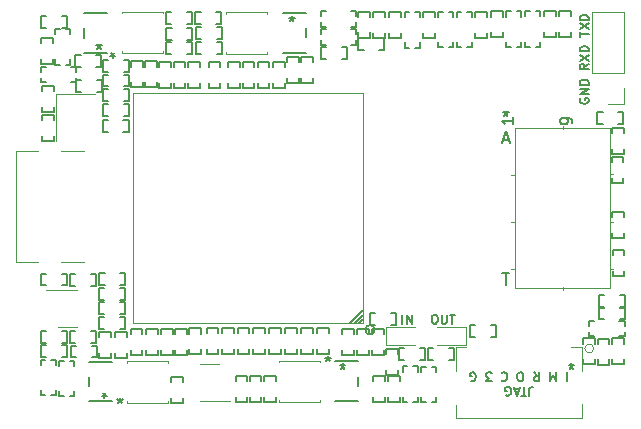
<source format=gto>
G04 #@! TF.GenerationSoftware,KiCad,Pcbnew,7.0.5-0*
G04 #@! TF.CreationDate,2023-06-20T23:32:33+08:00*
G04 #@! TF.ProjectId,slimarm_hypericum,736c696d-6172-46d5-9f68-797065726963,rev?*
G04 #@! TF.SameCoordinates,Original*
G04 #@! TF.FileFunction,Legend,Top*
G04 #@! TF.FilePolarity,Positive*
%FSLAX46Y46*%
G04 Gerber Fmt 4.6, Leading zero omitted, Abs format (unit mm)*
G04 Created by KiCad (PCBNEW 7.0.5-0) date 2023-06-20 23:32:33*
%MOMM*%
%LPD*%
G01*
G04 APERTURE LIST*
%ADD10C,0.177800*%
%ADD11C,0.150000*%
%ADD12C,0.120000*%
%ADD13C,0.152400*%
%ADD14C,0.200000*%
G04 APERTURE END LIST*
D10*
X69457555Y-80470141D02*
X69421269Y-80542713D01*
X69421269Y-80542713D02*
X69421269Y-80651570D01*
X69421269Y-80651570D02*
X69457555Y-80760427D01*
X69457555Y-80760427D02*
X69530126Y-80832998D01*
X69530126Y-80832998D02*
X69602698Y-80869284D01*
X69602698Y-80869284D02*
X69747841Y-80905570D01*
X69747841Y-80905570D02*
X69856698Y-80905570D01*
X69856698Y-80905570D02*
X70001841Y-80869284D01*
X70001841Y-80869284D02*
X70074412Y-80832998D01*
X70074412Y-80832998D02*
X70146984Y-80760427D01*
X70146984Y-80760427D02*
X70183269Y-80651570D01*
X70183269Y-80651570D02*
X70183269Y-80578998D01*
X70183269Y-80578998D02*
X70146984Y-80470141D01*
X70146984Y-80470141D02*
X70110698Y-80433855D01*
X70110698Y-80433855D02*
X69856698Y-80433855D01*
X69856698Y-80433855D02*
X69856698Y-80578998D01*
X70183269Y-80107284D02*
X69421269Y-80107284D01*
X69421269Y-80107284D02*
X70183269Y-79671855D01*
X70183269Y-79671855D02*
X69421269Y-79671855D01*
X70183269Y-79308998D02*
X69421269Y-79308998D01*
X69421269Y-79308998D02*
X69421269Y-79127569D01*
X69421269Y-79127569D02*
X69457555Y-79018712D01*
X69457555Y-79018712D02*
X69530126Y-78946141D01*
X69530126Y-78946141D02*
X69602698Y-78909855D01*
X69602698Y-78909855D02*
X69747841Y-78873569D01*
X69747841Y-78873569D02*
X69856698Y-78873569D01*
X69856698Y-78873569D02*
X70001841Y-78909855D01*
X70001841Y-78909855D02*
X70074412Y-78946141D01*
X70074412Y-78946141D02*
X70146984Y-79018712D01*
X70146984Y-79018712D02*
X70183269Y-79127569D01*
X70183269Y-79127569D02*
X70183269Y-79308998D01*
X70183269Y-77530998D02*
X69820412Y-77784998D01*
X70183269Y-77966427D02*
X69421269Y-77966427D01*
X69421269Y-77966427D02*
X69421269Y-77676141D01*
X69421269Y-77676141D02*
X69457555Y-77603570D01*
X69457555Y-77603570D02*
X69493841Y-77567284D01*
X69493841Y-77567284D02*
X69566412Y-77530998D01*
X69566412Y-77530998D02*
X69675269Y-77530998D01*
X69675269Y-77530998D02*
X69747841Y-77567284D01*
X69747841Y-77567284D02*
X69784126Y-77603570D01*
X69784126Y-77603570D02*
X69820412Y-77676141D01*
X69820412Y-77676141D02*
X69820412Y-77966427D01*
X69421269Y-77276998D02*
X70183269Y-76768998D01*
X69421269Y-76768998D02*
X70183269Y-77276998D01*
X70183269Y-76478713D02*
X69421269Y-76478713D01*
X69421269Y-76478713D02*
X69421269Y-76297284D01*
X69421269Y-76297284D02*
X69457555Y-76188427D01*
X69457555Y-76188427D02*
X69530126Y-76115856D01*
X69530126Y-76115856D02*
X69602698Y-76079570D01*
X69602698Y-76079570D02*
X69747841Y-76043284D01*
X69747841Y-76043284D02*
X69856698Y-76043284D01*
X69856698Y-76043284D02*
X70001841Y-76079570D01*
X70001841Y-76079570D02*
X70074412Y-76115856D01*
X70074412Y-76115856D02*
X70146984Y-76188427D01*
X70146984Y-76188427D02*
X70183269Y-76297284D01*
X70183269Y-76297284D02*
X70183269Y-76478713D01*
X69421269Y-75244999D02*
X69421269Y-74809571D01*
X70183269Y-75027285D02*
X69421269Y-75027285D01*
X69421269Y-74628142D02*
X70183269Y-74120142D01*
X69421269Y-74120142D02*
X70183269Y-74628142D01*
X70183269Y-73829857D02*
X69421269Y-73829857D01*
X69421269Y-73829857D02*
X69421269Y-73648428D01*
X69421269Y-73648428D02*
X69457555Y-73539571D01*
X69457555Y-73539571D02*
X69530126Y-73467000D01*
X69530126Y-73467000D02*
X69602698Y-73430714D01*
X69602698Y-73430714D02*
X69747841Y-73394428D01*
X69747841Y-73394428D02*
X69856698Y-73394428D01*
X69856698Y-73394428D02*
X70001841Y-73430714D01*
X70001841Y-73430714D02*
X70074412Y-73467000D01*
X70074412Y-73467000D02*
X70146984Y-73539571D01*
X70146984Y-73539571D02*
X70183269Y-73648428D01*
X70183269Y-73648428D02*
X70183269Y-73829857D01*
X57068000Y-98761269D02*
X57213143Y-98761269D01*
X57213143Y-98761269D02*
X57285714Y-98797555D01*
X57285714Y-98797555D02*
X57358286Y-98870126D01*
X57358286Y-98870126D02*
X57394571Y-99015269D01*
X57394571Y-99015269D02*
X57394571Y-99269269D01*
X57394571Y-99269269D02*
X57358286Y-99414412D01*
X57358286Y-99414412D02*
X57285714Y-99486984D01*
X57285714Y-99486984D02*
X57213143Y-99523269D01*
X57213143Y-99523269D02*
X57068000Y-99523269D01*
X57068000Y-99523269D02*
X56995429Y-99486984D01*
X56995429Y-99486984D02*
X56922857Y-99414412D01*
X56922857Y-99414412D02*
X56886571Y-99269269D01*
X56886571Y-99269269D02*
X56886571Y-99015269D01*
X56886571Y-99015269D02*
X56922857Y-98870126D01*
X56922857Y-98870126D02*
X56995429Y-98797555D01*
X56995429Y-98797555D02*
X57068000Y-98761269D01*
X57721143Y-98761269D02*
X57721143Y-99378126D01*
X57721143Y-99378126D02*
X57757429Y-99450698D01*
X57757429Y-99450698D02*
X57793715Y-99486984D01*
X57793715Y-99486984D02*
X57866286Y-99523269D01*
X57866286Y-99523269D02*
X58011429Y-99523269D01*
X58011429Y-99523269D02*
X58084000Y-99486984D01*
X58084000Y-99486984D02*
X58120286Y-99450698D01*
X58120286Y-99450698D02*
X58156572Y-99378126D01*
X58156572Y-99378126D02*
X58156572Y-98761269D01*
X58410572Y-98761269D02*
X58846001Y-98761269D01*
X58628286Y-99523269D02*
X58628286Y-98761269D01*
X54400857Y-99543269D02*
X54400857Y-98781269D01*
X54763714Y-99543269D02*
X54763714Y-98781269D01*
X54763714Y-98781269D02*
X55199143Y-99543269D01*
X55199143Y-99543269D02*
X55199143Y-98781269D01*
X65158999Y-105632140D02*
X65158999Y-105087854D01*
X65158999Y-105087854D02*
X65195284Y-104978997D01*
X65195284Y-104978997D02*
X65267856Y-104906426D01*
X65267856Y-104906426D02*
X65376713Y-104870140D01*
X65376713Y-104870140D02*
X65449284Y-104870140D01*
X64904999Y-105632140D02*
X64469571Y-105632140D01*
X64687285Y-104870140D02*
X64687285Y-105632140D01*
X64251857Y-105087854D02*
X63889000Y-105087854D01*
X64324428Y-104870140D02*
X64070428Y-105632140D01*
X64070428Y-105632140D02*
X63816428Y-104870140D01*
X63163285Y-105595854D02*
X63235857Y-105632140D01*
X63235857Y-105632140D02*
X63344714Y-105632140D01*
X63344714Y-105632140D02*
X63453571Y-105595854D01*
X63453571Y-105595854D02*
X63526142Y-105523283D01*
X63526142Y-105523283D02*
X63562428Y-105450711D01*
X63562428Y-105450711D02*
X63598714Y-105305568D01*
X63598714Y-105305568D02*
X63598714Y-105196711D01*
X63598714Y-105196711D02*
X63562428Y-105051568D01*
X63562428Y-105051568D02*
X63526142Y-104978997D01*
X63526142Y-104978997D02*
X63453571Y-104906426D01*
X63453571Y-104906426D02*
X63344714Y-104870140D01*
X63344714Y-104870140D02*
X63272142Y-104870140D01*
X63272142Y-104870140D02*
X63163285Y-104906426D01*
X63163285Y-104906426D02*
X63126999Y-104942711D01*
X63126999Y-104942711D02*
X63126999Y-105196711D01*
X63126999Y-105196711D02*
X63272142Y-105196711D01*
X68352141Y-103643320D02*
X68352141Y-104405320D01*
X67408713Y-103643320D02*
X67408713Y-104405320D01*
X67408713Y-104405320D02*
X67154713Y-103861034D01*
X67154713Y-103861034D02*
X66900713Y-104405320D01*
X66900713Y-104405320D02*
X66900713Y-103643320D01*
X65521856Y-103643320D02*
X65775856Y-104006177D01*
X65957285Y-103643320D02*
X65957285Y-104405320D01*
X65957285Y-104405320D02*
X65666999Y-104405320D01*
X65666999Y-104405320D02*
X65594428Y-104369034D01*
X65594428Y-104369034D02*
X65558142Y-104332748D01*
X65558142Y-104332748D02*
X65521856Y-104260177D01*
X65521856Y-104260177D02*
X65521856Y-104151320D01*
X65521856Y-104151320D02*
X65558142Y-104078748D01*
X65558142Y-104078748D02*
X65594428Y-104042463D01*
X65594428Y-104042463D02*
X65666999Y-104006177D01*
X65666999Y-104006177D02*
X65957285Y-104006177D01*
X64469571Y-104405320D02*
X64324428Y-104405320D01*
X64324428Y-104405320D02*
X64251857Y-104369034D01*
X64251857Y-104369034D02*
X64179285Y-104296463D01*
X64179285Y-104296463D02*
X64143000Y-104151320D01*
X64143000Y-104151320D02*
X64143000Y-103897320D01*
X64143000Y-103897320D02*
X64179285Y-103752177D01*
X64179285Y-103752177D02*
X64251857Y-103679606D01*
X64251857Y-103679606D02*
X64324428Y-103643320D01*
X64324428Y-103643320D02*
X64469571Y-103643320D01*
X64469571Y-103643320D02*
X64542143Y-103679606D01*
X64542143Y-103679606D02*
X64614714Y-103752177D01*
X64614714Y-103752177D02*
X64651000Y-103897320D01*
X64651000Y-103897320D02*
X64651000Y-104151320D01*
X64651000Y-104151320D02*
X64614714Y-104296463D01*
X64614714Y-104296463D02*
X64542143Y-104369034D01*
X64542143Y-104369034D02*
X64469571Y-104405320D01*
X62800428Y-103715891D02*
X62836714Y-103679606D01*
X62836714Y-103679606D02*
X62945571Y-103643320D01*
X62945571Y-103643320D02*
X63018143Y-103643320D01*
X63018143Y-103643320D02*
X63127000Y-103679606D01*
X63127000Y-103679606D02*
X63199571Y-103752177D01*
X63199571Y-103752177D02*
X63235857Y-103824748D01*
X63235857Y-103824748D02*
X63272143Y-103969891D01*
X63272143Y-103969891D02*
X63272143Y-104078748D01*
X63272143Y-104078748D02*
X63235857Y-104223891D01*
X63235857Y-104223891D02*
X63199571Y-104296463D01*
X63199571Y-104296463D02*
X63127000Y-104369034D01*
X63127000Y-104369034D02*
X63018143Y-104405320D01*
X63018143Y-104405320D02*
X62945571Y-104405320D01*
X62945571Y-104405320D02*
X62836714Y-104369034D01*
X62836714Y-104369034D02*
X62800428Y-104332748D01*
X61965857Y-104405320D02*
X61494143Y-104405320D01*
X61494143Y-104405320D02*
X61748143Y-104115034D01*
X61748143Y-104115034D02*
X61639286Y-104115034D01*
X61639286Y-104115034D02*
X61566715Y-104078748D01*
X61566715Y-104078748D02*
X61530429Y-104042463D01*
X61530429Y-104042463D02*
X61494143Y-103969891D01*
X61494143Y-103969891D02*
X61494143Y-103788463D01*
X61494143Y-103788463D02*
X61530429Y-103715891D01*
X61530429Y-103715891D02*
X61566715Y-103679606D01*
X61566715Y-103679606D02*
X61639286Y-103643320D01*
X61639286Y-103643320D02*
X61857000Y-103643320D01*
X61857000Y-103643320D02*
X61929572Y-103679606D01*
X61929572Y-103679606D02*
X61965857Y-103715891D01*
X60187858Y-104369034D02*
X60260430Y-104405320D01*
X60260430Y-104405320D02*
X60369287Y-104405320D01*
X60369287Y-104405320D02*
X60478144Y-104369034D01*
X60478144Y-104369034D02*
X60550715Y-104296463D01*
X60550715Y-104296463D02*
X60587001Y-104223891D01*
X60587001Y-104223891D02*
X60623287Y-104078748D01*
X60623287Y-104078748D02*
X60623287Y-103969891D01*
X60623287Y-103969891D02*
X60587001Y-103824748D01*
X60587001Y-103824748D02*
X60550715Y-103752177D01*
X60550715Y-103752177D02*
X60478144Y-103679606D01*
X60478144Y-103679606D02*
X60369287Y-103643320D01*
X60369287Y-103643320D02*
X60296715Y-103643320D01*
X60296715Y-103643320D02*
X60187858Y-103679606D01*
X60187858Y-103679606D02*
X60151572Y-103715891D01*
X60151572Y-103715891D02*
X60151572Y-103969891D01*
X60151572Y-103969891D02*
X60296715Y-103969891D01*
D11*
X50770000Y-99470000D02*
X51110000Y-99120000D01*
X50410000Y-99480000D02*
X51100000Y-98770000D01*
X49980000Y-99490000D02*
X51100000Y-98350000D01*
G04 #@! TO.C,J5*
X68720000Y-102904819D02*
X68720000Y-103142914D01*
X68481905Y-103047676D02*
X68720000Y-103142914D01*
X68720000Y-103142914D02*
X68958095Y-103047676D01*
X68577143Y-103333390D02*
X68720000Y-103142914D01*
X68720000Y-103142914D02*
X68862857Y-103333390D01*
G04 #@! TO.C,U5*
X28720000Y-75824819D02*
X28720000Y-76062914D01*
X28481905Y-75967676D02*
X28720000Y-76062914D01*
X28720000Y-76062914D02*
X28958095Y-75967676D01*
X28577143Y-76253390D02*
X28720000Y-76062914D01*
X28720000Y-76062914D02*
X28862857Y-76253390D01*
X29869999Y-77015180D02*
X29869999Y-76777085D01*
X30108094Y-76872323D02*
X29869999Y-76777085D01*
X29869999Y-76777085D02*
X29631904Y-76872323D01*
X30012856Y-76586609D02*
X29869999Y-76777085D01*
X29869999Y-76777085D02*
X29727142Y-76586609D01*
G04 #@! TO.C,U8*
X45040000Y-73524819D02*
X45040000Y-73762914D01*
X44801905Y-73667676D02*
X45040000Y-73762914D01*
X45040000Y-73762914D02*
X45278095Y-73667676D01*
X44897143Y-73953390D02*
X45040000Y-73762914D01*
X45040000Y-73762914D02*
X45182857Y-73953390D01*
X45040000Y-73524819D02*
X45040000Y-73762914D01*
X44801905Y-73667676D02*
X45040000Y-73762914D01*
X45040000Y-73762914D02*
X45278095Y-73667676D01*
X44897143Y-73953390D02*
X45040000Y-73762914D01*
X45040000Y-73762914D02*
X45182857Y-73953390D01*
G04 #@! TO.C,U2*
X62874286Y-95234819D02*
X63445714Y-95234819D01*
X63160000Y-96234819D02*
X63160000Y-95234819D01*
X62921905Y-83949105D02*
X63398095Y-83949105D01*
X62826667Y-84234820D02*
X63160000Y-83234820D01*
X63160000Y-83234820D02*
X63493333Y-84234820D01*
X63160000Y-81494819D02*
X63160000Y-81732914D01*
X62921905Y-81637676D02*
X63160000Y-81732914D01*
X63160000Y-81732914D02*
X63398095Y-81637676D01*
X63017143Y-81923390D02*
X63160000Y-81732914D01*
X63160000Y-81732914D02*
X63302857Y-81923390D01*
X63812686Y-82079671D02*
X63812686Y-82651099D01*
X63812686Y-82365385D02*
X62812686Y-82365385D01*
X62812686Y-82365385D02*
X62955543Y-82460623D01*
X62955543Y-82460623D02*
X63050781Y-82555861D01*
X63050781Y-82555861D02*
X63098400Y-82651099D01*
X68782786Y-82565749D02*
X68782786Y-82375273D01*
X68782786Y-82375273D02*
X68735167Y-82280035D01*
X68735167Y-82280035D02*
X68687547Y-82232416D01*
X68687547Y-82232416D02*
X68544690Y-82137178D01*
X68544690Y-82137178D02*
X68354214Y-82089559D01*
X68354214Y-82089559D02*
X67973262Y-82089559D01*
X67973262Y-82089559D02*
X67878024Y-82137178D01*
X67878024Y-82137178D02*
X67830405Y-82184797D01*
X67830405Y-82184797D02*
X67782786Y-82280035D01*
X67782786Y-82280035D02*
X67782786Y-82470511D01*
X67782786Y-82470511D02*
X67830405Y-82565749D01*
X67830405Y-82565749D02*
X67878024Y-82613368D01*
X67878024Y-82613368D02*
X67973262Y-82660987D01*
X67973262Y-82660987D02*
X68211357Y-82660987D01*
X68211357Y-82660987D02*
X68306595Y-82613368D01*
X68306595Y-82613368D02*
X68354214Y-82565749D01*
X68354214Y-82565749D02*
X68401833Y-82470511D01*
X68401833Y-82470511D02*
X68401833Y-82280035D01*
X68401833Y-82280035D02*
X68354214Y-82184797D01*
X68354214Y-82184797D02*
X68306595Y-82137178D01*
X68306595Y-82137178D02*
X68211357Y-82089559D01*
G04 #@! TO.C,U4*
X48120000Y-102294819D02*
X48120000Y-102532914D01*
X47881905Y-102437676D02*
X48120000Y-102532914D01*
X48120000Y-102532914D02*
X48358095Y-102437676D01*
X47977143Y-102723390D02*
X48120000Y-102532914D01*
X48120000Y-102532914D02*
X48262857Y-102723390D01*
X49350000Y-102904819D02*
X49350000Y-103142914D01*
X49111905Y-103047676D02*
X49350000Y-103142914D01*
X49350000Y-103142914D02*
X49588095Y-103047676D01*
X49207143Y-103333390D02*
X49350000Y-103142914D01*
X49350000Y-103142914D02*
X49492857Y-103333390D01*
G04 #@! TO.C,U3*
X29169999Y-105845180D02*
X29169999Y-105607085D01*
X29408094Y-105702323D02*
X29169999Y-105607085D01*
X29169999Y-105607085D02*
X28931904Y-105702323D01*
X29312856Y-105416609D02*
X29169999Y-105607085D01*
X29169999Y-105607085D02*
X29027142Y-105416609D01*
X30500000Y-105804819D02*
X30500000Y-106042914D01*
X30261905Y-105947676D02*
X30500000Y-106042914D01*
X30500000Y-106042914D02*
X30738095Y-105947676D01*
X30357143Y-106233390D02*
X30500000Y-106042914D01*
X30500000Y-106042914D02*
X30642857Y-106233390D01*
G04 #@! TO.C,C17*
X38000000Y-79570000D02*
X38000000Y-79140000D01*
X39000000Y-79570000D02*
X38000000Y-79570000D01*
X39000000Y-79570000D02*
X39000000Y-79140000D01*
X38000000Y-77370000D02*
X38000000Y-77800000D01*
X38000000Y-77370000D02*
X39000000Y-77370000D01*
X39000000Y-77370000D02*
X39000000Y-77800000D01*
G04 #@! TO.C,R23*
X26760000Y-78890000D02*
X27190000Y-78890000D01*
X26760000Y-79890000D02*
X26760000Y-78890000D01*
X26760000Y-79890000D02*
X27190000Y-79890000D01*
X28960000Y-78890000D02*
X28530000Y-78890000D01*
X28960000Y-78890000D02*
X28960000Y-79890000D01*
X28960000Y-79890000D02*
X28530000Y-79890000D01*
G04 #@! TO.C,R26*
X49700000Y-77100000D02*
X49270000Y-77100000D01*
X49700000Y-76100000D02*
X49700000Y-77100000D01*
X49700000Y-76100000D02*
X49270000Y-76100000D01*
X47500000Y-77100000D02*
X47930000Y-77100000D01*
X47500000Y-77100000D02*
X47500000Y-76100000D01*
X47500000Y-76100000D02*
X47930000Y-76100000D01*
G04 #@! TO.C,R25*
X52930000Y-73130000D02*
X52930000Y-73560000D01*
X51930000Y-73130000D02*
X52930000Y-73130000D01*
X51930000Y-73130000D02*
X51930000Y-73560000D01*
X52930000Y-75330000D02*
X52930000Y-74900000D01*
X52930000Y-75330000D02*
X51930000Y-75330000D01*
X51930000Y-75330000D02*
X51930000Y-74900000D01*
G04 #@! TO.C,R24*
X62330000Y-100690000D02*
X61900000Y-100690000D01*
X62330000Y-99690000D02*
X62330000Y-100690000D01*
X62330000Y-99690000D02*
X61900000Y-99690000D01*
X60130000Y-100690000D02*
X60560000Y-100690000D01*
X60130000Y-100690000D02*
X60130000Y-99690000D01*
X60130000Y-99690000D02*
X60560000Y-99690000D01*
G04 #@! TO.C,R20*
X52890000Y-76380000D02*
X52460000Y-76380000D01*
X52890000Y-75380000D02*
X52890000Y-76380000D01*
X52890000Y-75380000D02*
X52460000Y-75380000D01*
X50690000Y-76380000D02*
X51120000Y-76380000D01*
X50690000Y-76380000D02*
X50690000Y-75380000D01*
X50690000Y-75380000D02*
X51120000Y-75380000D01*
D12*
G04 #@! TO.C,J5*
X58930000Y-101519480D02*
X58930000Y-103510840D01*
X58930000Y-106386120D02*
X58930000Y-107513880D01*
X58930000Y-107530000D02*
X69594000Y-107507400D01*
X59815660Y-101519480D02*
X58930000Y-101519480D01*
X69594000Y-101513000D02*
X68708340Y-101513000D01*
X69594000Y-103504360D02*
X69594000Y-101513000D01*
X69594000Y-107507400D02*
X69594000Y-106379640D01*
X70610000Y-101640000D02*
G75*
G03*
X70610000Y-101640000I-381000J0D01*
G01*
D11*
G04 #@! TO.C,C18*
X54300000Y-73120000D02*
X54300000Y-73550000D01*
X53300000Y-73120000D02*
X54300000Y-73120000D01*
X53300000Y-73120000D02*
X53300000Y-73550000D01*
X54300000Y-75320000D02*
X54300000Y-74890000D01*
X54300000Y-75320000D02*
X53300000Y-75320000D01*
X53300000Y-75320000D02*
X53300000Y-74890000D01*
G04 #@! TO.C,C16*
X51570000Y-99980000D02*
X51570000Y-100410000D01*
X50570000Y-99980000D02*
X51570000Y-99980000D01*
X50570000Y-99980000D02*
X50570000Y-100410000D01*
X51570000Y-102180000D02*
X51570000Y-101750000D01*
X51570000Y-102180000D02*
X50570000Y-102180000D01*
X50570000Y-102180000D02*
X50570000Y-101750000D01*
G04 #@! TO.C,C80*
X36630000Y-75480000D02*
X36200000Y-75480000D01*
X36630000Y-74480000D02*
X36630000Y-75480000D01*
X36630000Y-74480000D02*
X36200000Y-74480000D01*
X34430000Y-75480000D02*
X34860000Y-75480000D01*
X34430000Y-75480000D02*
X34430000Y-74480000D01*
X34430000Y-74480000D02*
X34860000Y-74480000D01*
G04 #@! TO.C,C61*
X51680000Y-98660000D02*
X52110000Y-98660000D01*
X51680000Y-99660000D02*
X51680000Y-98660000D01*
X51680000Y-99660000D02*
X52110000Y-99660000D01*
X53880000Y-98660000D02*
X53450000Y-98660000D01*
X53880000Y-98660000D02*
X53880000Y-99660000D01*
X53880000Y-99660000D02*
X53450000Y-99660000D01*
G04 #@! TO.C,C33*
X29750000Y-100210000D02*
X29750000Y-100640000D01*
X28750000Y-100210000D02*
X29750000Y-100210000D01*
X28750000Y-100210000D02*
X28750000Y-100640000D01*
X29750000Y-102410000D02*
X29750000Y-101980000D01*
X29750000Y-102410000D02*
X28750000Y-102410000D01*
X28750000Y-102410000D02*
X28750000Y-101980000D01*
D13*
G04 #@! TO.C,U5*
X29417900Y-73253600D02*
X27462100Y-73253600D01*
X27462100Y-76606400D02*
X29417900Y-76606400D01*
X27462100Y-74541339D02*
X27462100Y-75318661D01*
D11*
G04 #@! TO.C,R15*
X64490000Y-73102000D02*
X64490000Y-73532000D01*
X64085000Y-73102000D02*
X64490000Y-73102000D01*
X63190000Y-73102000D02*
X63585000Y-73102000D01*
X63190000Y-73102000D02*
X63190000Y-73532000D01*
X64490000Y-76102000D02*
X64490000Y-75672000D01*
X64490000Y-76102000D02*
X64090000Y-76102000D01*
X63585000Y-76102000D02*
X63190000Y-76102000D01*
X63190000Y-76102000D02*
X63190000Y-75672000D01*
G04 #@! TO.C,C46*
X44460000Y-102120000D02*
X44460000Y-101690000D01*
X45460000Y-102120000D02*
X44460000Y-102120000D01*
X45460000Y-102120000D02*
X45460000Y-101690000D01*
X44460000Y-99920000D02*
X44460000Y-100350000D01*
X44460000Y-99920000D02*
X45460000Y-99920000D01*
X45460000Y-99920000D02*
X45460000Y-100350000D01*
G04 #@! TO.C,C42*
X73210000Y-93300000D02*
X73210000Y-93730000D01*
X72210000Y-93300000D02*
X73210000Y-93300000D01*
X72210000Y-93300000D02*
X72210000Y-93730000D01*
X73210000Y-95500000D02*
X73210000Y-95070000D01*
X73210000Y-95500000D02*
X72210000Y-95500000D01*
X72210000Y-95500000D02*
X72210000Y-95070000D01*
G04 #@! TO.C,C7*
X31270000Y-81980000D02*
X30840000Y-81980000D01*
X31270000Y-80980000D02*
X31270000Y-81980000D01*
X31270000Y-80980000D02*
X30840000Y-80980000D01*
X29070000Y-81980000D02*
X29500000Y-81980000D01*
X29070000Y-81980000D02*
X29070000Y-80980000D01*
X29070000Y-80980000D02*
X29500000Y-80980000D01*
G04 #@! TO.C,C8*
X31240000Y-80710000D02*
X30810000Y-80710000D01*
X31240000Y-79710000D02*
X31240000Y-80710000D01*
X31240000Y-79710000D02*
X30810000Y-79710000D01*
X29040000Y-80710000D02*
X29470000Y-80710000D01*
X29040000Y-80710000D02*
X29040000Y-79710000D01*
X29040000Y-79710000D02*
X29470000Y-79710000D01*
G04 #@! TO.C,C59*
X46860000Y-76940000D02*
X46860000Y-77370000D01*
X45860000Y-76940000D02*
X46860000Y-76940000D01*
X45860000Y-76940000D02*
X45860000Y-77370000D01*
X46860000Y-79140000D02*
X46860000Y-78710000D01*
X46860000Y-79140000D02*
X45860000Y-79140000D01*
X45860000Y-79140000D02*
X45860000Y-78710000D01*
G04 #@! TO.C,C30*
X33690000Y-100010000D02*
X33690000Y-100440000D01*
X32690000Y-100010000D02*
X33690000Y-100010000D01*
X32690000Y-100010000D02*
X32690000Y-100440000D01*
X33690000Y-102210000D02*
X33690000Y-101780000D01*
X33690000Y-102210000D02*
X32690000Y-102210000D01*
X32690000Y-102210000D02*
X32690000Y-101780000D01*
G04 #@! TO.C,C24*
X54190000Y-103970000D02*
X54190000Y-104400000D01*
X53190000Y-103970000D02*
X54190000Y-103970000D01*
X53190000Y-103970000D02*
X53190000Y-104400000D01*
X54190000Y-106170000D02*
X54190000Y-105740000D01*
X54190000Y-106170000D02*
X53190000Y-106170000D01*
X53190000Y-106170000D02*
X53190000Y-105740000D01*
G04 #@! TO.C,C21*
X34410000Y-75690000D02*
X34840000Y-75690000D01*
X34410000Y-76690000D02*
X34410000Y-75690000D01*
X34410000Y-76690000D02*
X34840000Y-76690000D01*
X36610000Y-75690000D02*
X36180000Y-75690000D01*
X36610000Y-75690000D02*
X36610000Y-76690000D01*
X36610000Y-76690000D02*
X36180000Y-76690000D01*
G04 #@! TO.C,C36*
X30910000Y-97520000D02*
X30480000Y-97520000D01*
X30910000Y-96520000D02*
X30910000Y-97520000D01*
X30910000Y-96520000D02*
X30480000Y-96520000D01*
X28710000Y-97520000D02*
X29140000Y-97520000D01*
X28710000Y-97520000D02*
X28710000Y-96520000D01*
X28710000Y-96520000D02*
X29140000Y-96520000D01*
G04 #@! TO.C,C32*
X31100000Y-100250000D02*
X31100000Y-100680000D01*
X30100000Y-100250000D02*
X31100000Y-100250000D01*
X30100000Y-100250000D02*
X30100000Y-100680000D01*
X31100000Y-102450000D02*
X31100000Y-102020000D01*
X31100000Y-102450000D02*
X30100000Y-102450000D01*
X30100000Y-102450000D02*
X30100000Y-102020000D01*
G04 #@! TO.C,R14*
X71930000Y-100800000D02*
X71930000Y-101230000D01*
X70930000Y-100800000D02*
X71930000Y-100800000D01*
X70930000Y-100800000D02*
X70930000Y-101230000D01*
X71930000Y-103000000D02*
X71930000Y-102570000D01*
X71930000Y-103000000D02*
X70930000Y-103000000D01*
X70930000Y-103000000D02*
X70930000Y-102570000D01*
G04 #@! TO.C,R8*
X23780000Y-105610000D02*
X23780000Y-105180000D01*
X24185000Y-105610000D02*
X23780000Y-105610000D01*
X25080000Y-105610000D02*
X24685000Y-105610000D01*
X25080000Y-105610000D02*
X25080000Y-105180000D01*
X23780000Y-102610000D02*
X23780000Y-103040000D01*
X23780000Y-102610000D02*
X24180000Y-102610000D01*
X24685000Y-102610000D02*
X25080000Y-102610000D01*
X25080000Y-102610000D02*
X25080000Y-103040000D01*
G04 #@! TO.C,C82*
X61530000Y-73122000D02*
X61530000Y-73552000D01*
X60530000Y-73122000D02*
X61530000Y-73122000D01*
X60530000Y-73122000D02*
X60530000Y-73552000D01*
X61530000Y-75322000D02*
X61530000Y-74892000D01*
X61530000Y-75322000D02*
X60530000Y-75322000D01*
X60530000Y-75322000D02*
X60530000Y-74892000D01*
G04 #@! TO.C,C55*
X40880000Y-79560000D02*
X40880000Y-79130000D01*
X41880000Y-79560000D02*
X40880000Y-79560000D01*
X41880000Y-79560000D02*
X41880000Y-79130000D01*
X40880000Y-77360000D02*
X40880000Y-77790000D01*
X40880000Y-77360000D02*
X41880000Y-77360000D01*
X41880000Y-77360000D02*
X41880000Y-77790000D01*
D12*
G04 #@! TO.C,D2*
X59790000Y-101325000D02*
X59790000Y-99855000D01*
X59790000Y-99855000D02*
X57330000Y-99855000D01*
X57330000Y-101325000D02*
X59790000Y-101325000D01*
D13*
G04 #@! TO.C,U8*
X44332100Y-76586400D02*
X46287900Y-76586400D01*
X46287900Y-73233600D02*
X44332100Y-73233600D01*
X46287900Y-75298661D02*
X46287900Y-74521339D01*
D11*
G04 #@! TO.C,C2*
X36890000Y-73170000D02*
X37320000Y-73170000D01*
X36890000Y-74170000D02*
X36890000Y-73170000D01*
X36890000Y-74170000D02*
X37320000Y-74170000D01*
X39090000Y-73170000D02*
X38660000Y-73170000D01*
X39090000Y-73170000D02*
X39090000Y-74170000D01*
X39090000Y-74170000D02*
X38660000Y-74170000D01*
D12*
G04 #@! TO.C,D1*
X53030000Y-99855000D02*
X53030000Y-101325000D01*
X53030000Y-101325000D02*
X55490000Y-101325000D01*
X55490000Y-99855000D02*
X53030000Y-99855000D01*
D11*
G04 #@! TO.C,C13*
X35030000Y-79560000D02*
X35030000Y-79130000D01*
X36030000Y-79560000D02*
X35030000Y-79560000D01*
X36030000Y-79560000D02*
X36030000Y-79130000D01*
X35030000Y-77360000D02*
X35030000Y-77790000D01*
X35030000Y-77360000D02*
X36030000Y-77360000D01*
X36030000Y-77360000D02*
X36030000Y-77790000D01*
G04 #@! TO.C,C38*
X73120000Y-82600000D02*
X72690000Y-82600000D01*
X73120000Y-81600000D02*
X73120000Y-82600000D01*
X73120000Y-81600000D02*
X72690000Y-81600000D01*
X70920000Y-82600000D02*
X71350000Y-82600000D01*
X70920000Y-82600000D02*
X70920000Y-81600000D01*
X70920000Y-81600000D02*
X71350000Y-81600000D01*
D12*
G04 #@! TO.C,J1*
X27490000Y-84930000D02*
X25490000Y-84930000D01*
X23590000Y-84930000D02*
X21690000Y-84930000D01*
X21690000Y-84930000D02*
X21690000Y-94330000D01*
X27490000Y-94330000D02*
X25490000Y-94330000D01*
X23590000Y-94330000D02*
X21690000Y-94330000D01*
D11*
G04 #@! TO.C,C57*
X43440000Y-79560000D02*
X43440000Y-79130000D01*
X44440000Y-79560000D02*
X43440000Y-79560000D01*
X44440000Y-79560000D02*
X44440000Y-79130000D01*
X43440000Y-77360000D02*
X43440000Y-77790000D01*
X43440000Y-77360000D02*
X44440000Y-77360000D01*
X44440000Y-77360000D02*
X44440000Y-77790000D01*
G04 #@! TO.C,C3*
X36910000Y-74430000D02*
X37340000Y-74430000D01*
X36910000Y-75430000D02*
X36910000Y-74430000D01*
X36910000Y-75430000D02*
X37340000Y-75430000D01*
X39110000Y-74430000D02*
X38680000Y-74430000D01*
X39110000Y-74430000D02*
X39110000Y-75430000D01*
X39110000Y-75430000D02*
X38680000Y-75430000D01*
G04 #@! TO.C,R4*
X28760000Y-95280000D02*
X29190000Y-95280000D01*
X28760000Y-96280000D02*
X28760000Y-95280000D01*
X28760000Y-96280000D02*
X29190000Y-96280000D01*
X30960000Y-95280000D02*
X30530000Y-95280000D01*
X30960000Y-95280000D02*
X30960000Y-96280000D01*
X30960000Y-96280000D02*
X30530000Y-96280000D01*
D12*
G04 #@! TO.C,U2*
X63850000Y-86930016D02*
X63596000Y-86930016D01*
X63850000Y-90930008D02*
X63596000Y-90930008D01*
X63850000Y-94930000D02*
X63596000Y-94930000D01*
X63970000Y-96540000D02*
X71970000Y-96540000D01*
X67970000Y-83034400D02*
X67970000Y-82780400D01*
X67970000Y-96445600D02*
X67970000Y-96699600D01*
X71970000Y-82940000D02*
X63970000Y-82940000D01*
X71970000Y-86890016D02*
X72224000Y-86890016D01*
X71970000Y-90890008D02*
X72224000Y-90890008D01*
X71970000Y-94890000D02*
X72224000Y-94890000D01*
X63970000Y-82940000D02*
X71970000Y-82940000D01*
X71970000Y-82940000D02*
X71970000Y-96540000D01*
X71970000Y-96540000D02*
X63970000Y-96540000D01*
X63970000Y-96540000D02*
X63970000Y-82940000D01*
D11*
G04 #@! TO.C,C11*
X32620000Y-79540000D02*
X32620000Y-79110000D01*
X33620000Y-79540000D02*
X32620000Y-79540000D01*
X33620000Y-79540000D02*
X33620000Y-79110000D01*
X32620000Y-77340000D02*
X32620000Y-77770000D01*
X32620000Y-77340000D02*
X33620000Y-77340000D01*
X33620000Y-77340000D02*
X33620000Y-77770000D01*
G04 #@! TO.C,C31*
X35150000Y-102160000D02*
X35150000Y-101730000D01*
X36150000Y-102160000D02*
X35150000Y-102160000D01*
X36150000Y-102160000D02*
X36150000Y-101730000D01*
X35150000Y-99960000D02*
X35150000Y-100390000D01*
X35150000Y-99960000D02*
X36150000Y-99960000D01*
X36150000Y-99960000D02*
X36150000Y-100390000D01*
G04 #@! TO.C,C10*
X31420000Y-79540000D02*
X31420000Y-79110000D01*
X32420000Y-79540000D02*
X31420000Y-79540000D01*
X32420000Y-79540000D02*
X32420000Y-79110000D01*
X31420000Y-77340000D02*
X31420000Y-77770000D01*
X31420000Y-77340000D02*
X32420000Y-77340000D01*
X32420000Y-77340000D02*
X32420000Y-77770000D01*
G04 #@! TO.C,C34*
X30950000Y-100000000D02*
X30520000Y-100000000D01*
X30950000Y-99000000D02*
X30950000Y-100000000D01*
X30950000Y-99000000D02*
X30520000Y-99000000D01*
X28750000Y-100000000D02*
X29180000Y-100000000D01*
X28750000Y-100000000D02*
X28750000Y-99000000D01*
X28750000Y-99000000D02*
X29180000Y-99000000D01*
G04 #@! TO.C,R10*
X57280000Y-103190000D02*
X57280000Y-103620000D01*
X56875000Y-103190000D02*
X57280000Y-103190000D01*
X55980000Y-103190000D02*
X56375000Y-103190000D01*
X55980000Y-103190000D02*
X55980000Y-103620000D01*
X57280000Y-106190000D02*
X57280000Y-105760000D01*
X57280000Y-106190000D02*
X56880000Y-106190000D01*
X56375000Y-106190000D02*
X55980000Y-106190000D01*
X55980000Y-106190000D02*
X55980000Y-105760000D01*
G04 #@! TO.C,R9*
X54430000Y-106160000D02*
X54430000Y-105730000D01*
X54835000Y-106160000D02*
X54430000Y-106160000D01*
X55730000Y-106160000D02*
X55335000Y-106160000D01*
X55730000Y-106160000D02*
X55730000Y-105730000D01*
X54430000Y-103160000D02*
X54430000Y-103590000D01*
X54430000Y-103160000D02*
X54830000Y-103160000D01*
X55335000Y-103160000D02*
X55730000Y-103160000D01*
X55730000Y-103160000D02*
X55730000Y-103590000D01*
G04 #@! TO.C,R12*
X25000000Y-77600000D02*
X25000000Y-77170000D01*
X25405000Y-77600000D02*
X25000000Y-77600000D01*
X26300000Y-77600000D02*
X25905000Y-77600000D01*
X26300000Y-77600000D02*
X26300000Y-77170000D01*
X25000000Y-74600000D02*
X25000000Y-75030000D01*
X25000000Y-74600000D02*
X25400000Y-74600000D01*
X25905000Y-74600000D02*
X26300000Y-74600000D01*
X26300000Y-74600000D02*
X26300000Y-75030000D01*
G04 #@! TO.C,C43*
X71020000Y-97120000D02*
X71450000Y-97120000D01*
X71020000Y-98120000D02*
X71020000Y-97120000D01*
X71020000Y-98120000D02*
X71450000Y-98120000D01*
X73220000Y-97120000D02*
X72790000Y-97120000D01*
X73220000Y-97120000D02*
X73220000Y-98120000D01*
X73220000Y-98120000D02*
X72790000Y-98120000D01*
D12*
G04 #@! TO.C,J3*
X73130000Y-80920000D02*
X71800000Y-80920000D01*
X73130000Y-79590000D02*
X73130000Y-80920000D01*
X73130000Y-78320000D02*
X73130000Y-73180000D01*
X73130000Y-78320000D02*
X70470000Y-78320000D01*
X73130000Y-73180000D02*
X70470000Y-73180000D01*
X70470000Y-78320000D02*
X70470000Y-73180000D01*
D11*
G04 #@! TO.C,C49*
X37830000Y-102120000D02*
X37830000Y-101690000D01*
X38830000Y-102120000D02*
X37830000Y-102120000D01*
X38830000Y-102120000D02*
X38830000Y-101690000D01*
X37830000Y-99920000D02*
X37830000Y-100350000D01*
X37830000Y-99920000D02*
X38830000Y-99920000D01*
X38830000Y-99920000D02*
X38830000Y-100350000D01*
G04 #@! TO.C,C14*
X36290000Y-79560000D02*
X36290000Y-79130000D01*
X37290000Y-79560000D02*
X36290000Y-79560000D01*
X37290000Y-79560000D02*
X37290000Y-79130000D01*
X36290000Y-77360000D02*
X36290000Y-77790000D01*
X36290000Y-77360000D02*
X37290000Y-77360000D01*
X37290000Y-77360000D02*
X37290000Y-77790000D01*
G04 #@! TO.C,C71*
X53000000Y-103850000D02*
X53000000Y-103420000D01*
X54000000Y-103850000D02*
X53000000Y-103850000D01*
X54000000Y-103850000D02*
X54000000Y-103420000D01*
X53000000Y-101650000D02*
X53000000Y-102080000D01*
X53000000Y-101650000D02*
X54000000Y-101650000D01*
X54000000Y-101650000D02*
X54000000Y-102080000D01*
G04 #@! TO.C,R19*
X69720000Y-102990000D02*
X69720000Y-102560000D01*
X70720000Y-102990000D02*
X69720000Y-102990000D01*
X70720000Y-102990000D02*
X70720000Y-102560000D01*
X69720000Y-100790000D02*
X69720000Y-101220000D01*
X69720000Y-100790000D02*
X70720000Y-100790000D01*
X70720000Y-100790000D02*
X70720000Y-101220000D01*
G04 #@! TO.C,C47*
X45840000Y-102110000D02*
X45840000Y-101680000D01*
X46840000Y-102110000D02*
X45840000Y-102110000D01*
X46840000Y-102110000D02*
X46840000Y-101680000D01*
X45840000Y-99910000D02*
X45840000Y-100340000D01*
X45840000Y-99910000D02*
X46840000Y-99910000D01*
X46840000Y-99910000D02*
X46840000Y-100340000D01*
G04 #@! TO.C,R21*
X56330000Y-102610000D02*
X55900000Y-102610000D01*
X56330000Y-101610000D02*
X56330000Y-102610000D01*
X56330000Y-101610000D02*
X55900000Y-101610000D01*
X54130000Y-102610000D02*
X54560000Y-102610000D01*
X54130000Y-102610000D02*
X54130000Y-101610000D01*
X54130000Y-101610000D02*
X54560000Y-101610000D01*
G04 #@! TO.C,C44*
X71020000Y-98180000D02*
X71450000Y-98180000D01*
X71020000Y-99180000D02*
X71020000Y-98180000D01*
X71020000Y-99180000D02*
X71450000Y-99180000D01*
X73220000Y-98180000D02*
X72790000Y-98180000D01*
X73220000Y-98180000D02*
X73220000Y-99180000D01*
X73220000Y-99180000D02*
X72790000Y-99180000D01*
G04 #@! TO.C,R1*
X50478000Y-74400000D02*
X50048000Y-74400000D01*
X50478000Y-73995000D02*
X50478000Y-74400000D01*
X50478000Y-73100000D02*
X50478000Y-73495000D01*
X50478000Y-73100000D02*
X50048000Y-73100000D01*
X47478000Y-74400000D02*
X47908000Y-74400000D01*
X47478000Y-74400000D02*
X47478000Y-74000000D01*
X47478000Y-73495000D02*
X47478000Y-73100000D01*
X47478000Y-73100000D02*
X47908000Y-73100000D01*
G04 #@! TO.C,C81*
X56190000Y-75352000D02*
X56190000Y-74922000D01*
X57190000Y-75352000D02*
X56190000Y-75352000D01*
X57190000Y-75352000D02*
X57190000Y-74922000D01*
X56190000Y-73152000D02*
X56190000Y-73582000D01*
X56190000Y-73152000D02*
X57190000Y-73152000D01*
X57190000Y-73152000D02*
X57190000Y-73582000D01*
G04 #@! TO.C,C83*
X34810000Y-106230000D02*
X34810000Y-105800000D01*
X35810000Y-106230000D02*
X34810000Y-106230000D01*
X35810000Y-106230000D02*
X35810000Y-105800000D01*
X34810000Y-104030000D02*
X34810000Y-104460000D01*
X34810000Y-104030000D02*
X35810000Y-104030000D01*
X35810000Y-104030000D02*
X35810000Y-104460000D01*
G04 #@! TO.C,C39*
X73130000Y-82940000D02*
X73130000Y-83370000D01*
X72130000Y-82940000D02*
X73130000Y-82940000D01*
X72130000Y-82940000D02*
X72130000Y-83370000D01*
X73130000Y-85140000D02*
X73130000Y-84710000D01*
X73130000Y-85140000D02*
X72130000Y-85140000D01*
X72130000Y-85140000D02*
X72130000Y-84710000D01*
G04 #@! TO.C,C50*
X39140000Y-102120000D02*
X39140000Y-101690000D01*
X40140000Y-102120000D02*
X39140000Y-102120000D01*
X40140000Y-102120000D02*
X40140000Y-101690000D01*
X39140000Y-99920000D02*
X39140000Y-100350000D01*
X39140000Y-99920000D02*
X40140000Y-99920000D01*
X40140000Y-99920000D02*
X40140000Y-100350000D01*
G04 #@! TO.C,C48*
X47180000Y-102090000D02*
X47180000Y-101660000D01*
X48180000Y-102090000D02*
X47180000Y-102090000D01*
X48180000Y-102090000D02*
X48180000Y-101660000D01*
X47180000Y-99890000D02*
X47180000Y-100320000D01*
X47180000Y-99890000D02*
X48180000Y-99890000D01*
X48180000Y-99890000D02*
X48180000Y-100320000D01*
G04 #@! TO.C,C6*
X31220000Y-83270000D02*
X30790000Y-83270000D01*
X31220000Y-82270000D02*
X31220000Y-83270000D01*
X31220000Y-82270000D02*
X30790000Y-82270000D01*
X29020000Y-83270000D02*
X29450000Y-83270000D01*
X29020000Y-83270000D02*
X29020000Y-82270000D01*
X29020000Y-82270000D02*
X29450000Y-82270000D01*
G04 #@! TO.C,C41*
X73190000Y-90090000D02*
X73190000Y-90520000D01*
X72190000Y-90090000D02*
X73190000Y-90090000D01*
X72190000Y-90090000D02*
X72190000Y-90520000D01*
X73190000Y-92290000D02*
X73190000Y-91860000D01*
X73190000Y-92290000D02*
X72190000Y-92290000D01*
X72190000Y-92290000D02*
X72190000Y-91860000D01*
G04 #@! TO.C,R16*
X64800000Y-76082000D02*
X64800000Y-75652000D01*
X65205000Y-76082000D02*
X64800000Y-76082000D01*
X66100000Y-76082000D02*
X65705000Y-76082000D01*
X66100000Y-76082000D02*
X66100000Y-75652000D01*
X64800000Y-73082000D02*
X64800000Y-73512000D01*
X64800000Y-73082000D02*
X65200000Y-73082000D01*
X65705000Y-73082000D02*
X66100000Y-73082000D01*
X66100000Y-73082000D02*
X66100000Y-73512000D01*
G04 #@! TO.C,C27*
X31400000Y-102210000D02*
X31400000Y-101780000D01*
X32400000Y-102210000D02*
X31400000Y-102210000D01*
X32400000Y-102210000D02*
X32400000Y-101780000D01*
X31400000Y-100010000D02*
X31400000Y-100440000D01*
X31400000Y-100010000D02*
X32400000Y-100010000D01*
X32400000Y-100010000D02*
X32400000Y-100440000D01*
G04 #@! TO.C,C76*
X23790000Y-95290000D02*
X24220000Y-95290000D01*
X23790000Y-96290000D02*
X23790000Y-95290000D01*
X23790000Y-96290000D02*
X24220000Y-96290000D01*
X25990000Y-95290000D02*
X25560000Y-95290000D01*
X25990000Y-95290000D02*
X25990000Y-96290000D01*
X25990000Y-96290000D02*
X25560000Y-96290000D01*
D13*
G04 #@! TO.C,U4*
X48702100Y-106076400D02*
X50657900Y-106076400D01*
X50657900Y-102723600D02*
X48702100Y-102723600D01*
X50657900Y-104788661D02*
X50657900Y-104011339D01*
D11*
G04 #@! TO.C,R11*
X26770000Y-79110000D02*
X26340000Y-79110000D01*
X26770000Y-78705000D02*
X26770000Y-79110000D01*
X26770000Y-77810000D02*
X26770000Y-78205000D01*
X26770000Y-77810000D02*
X26340000Y-77810000D01*
X23770000Y-79110000D02*
X24200000Y-79110000D01*
X23770000Y-79110000D02*
X23770000Y-78710000D01*
X23770000Y-78205000D02*
X23770000Y-77810000D01*
X23770000Y-77810000D02*
X24200000Y-77810000D01*
G04 #@! TO.C,C58*
X45630000Y-76950000D02*
X45630000Y-77380000D01*
X44630000Y-76950000D02*
X45630000Y-76950000D01*
X44630000Y-76950000D02*
X44630000Y-77380000D01*
X45630000Y-79150000D02*
X45630000Y-78720000D01*
X45630000Y-79150000D02*
X44630000Y-79150000D01*
X44630000Y-79150000D02*
X44630000Y-78720000D01*
G04 #@! TO.C,R22*
X56570000Y-101590000D02*
X57000000Y-101590000D01*
X56570000Y-102590000D02*
X56570000Y-101590000D01*
X56570000Y-102590000D02*
X57000000Y-102590000D01*
X58770000Y-101590000D02*
X58340000Y-101590000D01*
X58770000Y-101590000D02*
X58770000Y-102590000D01*
X58770000Y-102590000D02*
X58340000Y-102590000D01*
D12*
G04 #@! TO.C,L2*
X47460000Y-106190000D02*
X47460000Y-106040000D01*
X47460000Y-106190000D02*
X43940000Y-106190000D01*
X47460000Y-102670000D02*
X47460000Y-102820000D01*
X47460000Y-102670000D02*
X43940000Y-102670000D01*
X43940000Y-106190000D02*
X43940000Y-106040000D01*
X43940000Y-102670000D02*
X43940000Y-102820000D01*
D11*
G04 #@! TO.C,R7*
X26630000Y-102668000D02*
X26630000Y-103098000D01*
X26225000Y-102668000D02*
X26630000Y-102668000D01*
X25330000Y-102668000D02*
X25725000Y-102668000D01*
X25330000Y-102668000D02*
X25330000Y-103098000D01*
X26630000Y-105668000D02*
X26630000Y-105238000D01*
X26630000Y-105668000D02*
X26230000Y-105668000D01*
X25725000Y-105668000D02*
X25330000Y-105668000D01*
X25330000Y-105668000D02*
X25330000Y-105238000D01*
G04 #@! TO.C,C26*
X23820000Y-101370000D02*
X24250000Y-101370000D01*
X23820000Y-102370000D02*
X23820000Y-101370000D01*
X23820000Y-102370000D02*
X24250000Y-102370000D01*
X26020000Y-101370000D02*
X25590000Y-101370000D01*
X26020000Y-101370000D02*
X26020000Y-102370000D01*
X26020000Y-102370000D02*
X25590000Y-102370000D01*
G04 #@! TO.C,C15*
X50290000Y-99980000D02*
X50290000Y-100410000D01*
X49290000Y-99980000D02*
X50290000Y-99980000D01*
X49290000Y-99980000D02*
X49290000Y-100410000D01*
X50290000Y-102180000D02*
X50290000Y-101750000D01*
X50290000Y-102180000D02*
X49290000Y-102180000D01*
X49290000Y-102180000D02*
X49290000Y-101750000D01*
G04 #@! TO.C,C78*
X26730000Y-76800000D02*
X27160000Y-76800000D01*
X26730000Y-77800000D02*
X26730000Y-76800000D01*
X26730000Y-77800000D02*
X27160000Y-77800000D01*
X28930000Y-76800000D02*
X28500000Y-76800000D01*
X28930000Y-76800000D02*
X28930000Y-77800000D01*
X28930000Y-77800000D02*
X28500000Y-77800000D01*
G04 #@! TO.C,R18*
X58990000Y-76132000D02*
X58990000Y-75702000D01*
X59395000Y-76132000D02*
X58990000Y-76132000D01*
X60290000Y-76132000D02*
X59895000Y-76132000D01*
X60290000Y-76132000D02*
X60290000Y-75702000D01*
X58990000Y-73132000D02*
X58990000Y-73562000D01*
X58990000Y-73132000D02*
X59390000Y-73132000D01*
X59895000Y-73132000D02*
X60290000Y-73132000D01*
X60290000Y-73132000D02*
X60290000Y-73562000D01*
G04 #@! TO.C,C84*
X25980000Y-101170000D02*
X25550000Y-101170000D01*
X25980000Y-100170000D02*
X25980000Y-101170000D01*
X25980000Y-100170000D02*
X25550000Y-100170000D01*
X23780000Y-101170000D02*
X24210000Y-101170000D01*
X23780000Y-101170000D02*
X23780000Y-100170000D01*
X23780000Y-100170000D02*
X24210000Y-100170000D01*
G04 #@! TO.C,C51*
X40460000Y-102130000D02*
X40460000Y-101700000D01*
X41460000Y-102130000D02*
X40460000Y-102130000D01*
X41460000Y-102130000D02*
X41460000Y-101700000D01*
X40460000Y-99930000D02*
X40460000Y-100360000D01*
X40460000Y-99930000D02*
X41460000Y-99930000D01*
X41460000Y-99930000D02*
X41460000Y-100360000D01*
G04 #@! TO.C,C45*
X43110000Y-102130000D02*
X43110000Y-101700000D01*
X44110000Y-102130000D02*
X43110000Y-102130000D01*
X44110000Y-102130000D02*
X44110000Y-101700000D01*
X43110000Y-99930000D02*
X43110000Y-100360000D01*
X43110000Y-99930000D02*
X44110000Y-99930000D01*
X44110000Y-99930000D02*
X44110000Y-100360000D01*
G04 #@! TO.C,C73*
X41470950Y-106170001D02*
X41470950Y-105740001D01*
X42470950Y-106170001D02*
X41470950Y-106170001D01*
X42470950Y-106170001D02*
X42470950Y-105740001D01*
X41470950Y-103970001D02*
X41470950Y-104400001D01*
X41470950Y-103970001D02*
X42470950Y-103970001D01*
X42470950Y-103970001D02*
X42470950Y-104400001D01*
G04 #@! TO.C,C60*
X52810000Y-99970000D02*
X52810000Y-100400000D01*
X51810000Y-99970000D02*
X52810000Y-99970000D01*
X51810000Y-99970000D02*
X51810000Y-100400000D01*
X52810000Y-102170000D02*
X52810000Y-101740000D01*
X52810000Y-102170000D02*
X51810000Y-102170000D01*
X51810000Y-102170000D02*
X51810000Y-101740000D01*
G04 #@! TO.C,C79*
X36610000Y-74160000D02*
X36180000Y-74160000D01*
X36610000Y-73160000D02*
X36610000Y-74160000D01*
X36610000Y-73160000D02*
X36180000Y-73160000D01*
X34410000Y-74160000D02*
X34840000Y-74160000D01*
X34410000Y-74160000D02*
X34410000Y-73160000D01*
X34410000Y-73160000D02*
X34840000Y-73160000D01*
G04 #@! TO.C,C9*
X31240000Y-79450000D02*
X30810000Y-79450000D01*
X31240000Y-78450000D02*
X31240000Y-79450000D01*
X31240000Y-78450000D02*
X30810000Y-78450000D01*
X29040000Y-79450000D02*
X29470000Y-79450000D01*
X29040000Y-79450000D02*
X29040000Y-78450000D01*
X29040000Y-78450000D02*
X29470000Y-78450000D01*
G04 #@! TO.C,C1*
X31230000Y-78250000D02*
X30800000Y-78250000D01*
X31230000Y-77250000D02*
X31230000Y-78250000D01*
X31230000Y-77250000D02*
X30800000Y-77250000D01*
X29030000Y-78250000D02*
X29460000Y-78250000D01*
X29030000Y-78250000D02*
X29030000Y-77250000D01*
X29030000Y-77250000D02*
X29460000Y-77250000D01*
G04 #@! TO.C,C22*
X50688000Y-75310000D02*
X50688000Y-74880000D01*
X51688000Y-75310000D02*
X50688000Y-75310000D01*
X51688000Y-75310000D02*
X51688000Y-74880000D01*
X50688000Y-73110000D02*
X50688000Y-73540000D01*
X50688000Y-73110000D02*
X51688000Y-73110000D01*
X51688000Y-73110000D02*
X51688000Y-73540000D01*
G04 #@! TO.C,C85*
X23780000Y-73500000D02*
X24210000Y-73500000D01*
X23780000Y-74500000D02*
X23780000Y-73500000D01*
X23780000Y-74500000D02*
X24210000Y-74500000D01*
X25980000Y-73500000D02*
X25550000Y-73500000D01*
X25980000Y-73500000D02*
X25980000Y-74500000D01*
X25980000Y-74500000D02*
X25550000Y-74500000D01*
G04 #@! TO.C,C52*
X41800000Y-102130000D02*
X41800000Y-101700000D01*
X42800000Y-102130000D02*
X41800000Y-102130000D01*
X42800000Y-102130000D02*
X42800000Y-101700000D01*
X41800000Y-99930000D02*
X41800000Y-100360000D01*
X41800000Y-99930000D02*
X42800000Y-99930000D01*
X42800000Y-99930000D02*
X42800000Y-100360000D01*
G04 #@! TO.C,C74*
X61940000Y-75302000D02*
X61940000Y-74872000D01*
X62940000Y-75302000D02*
X61940000Y-75302000D01*
X62940000Y-75302000D02*
X62940000Y-74872000D01*
X61940000Y-73102000D02*
X61940000Y-73532000D01*
X61940000Y-73102000D02*
X62940000Y-73102000D01*
X62940000Y-73102000D02*
X62940000Y-73532000D01*
D12*
G04 #@! TO.C,L4*
X42960000Y-76690000D02*
X42960000Y-76540000D01*
X42960000Y-76690000D02*
X39440000Y-76690000D01*
X42960000Y-73170000D02*
X42960000Y-73320000D01*
X42960000Y-73170000D02*
X39440000Y-73170000D01*
X39440000Y-76690000D02*
X39440000Y-76540000D01*
X39440000Y-73170000D02*
X39440000Y-73320000D01*
D11*
G04 #@! TO.C,C53*
X26250000Y-100170000D02*
X26680000Y-100170000D01*
X26250000Y-101170000D02*
X26250000Y-100170000D01*
X26250000Y-101170000D02*
X26680000Y-101170000D01*
X28450000Y-100170000D02*
X28020000Y-100170000D01*
X28450000Y-100170000D02*
X28450000Y-101170000D01*
X28450000Y-101170000D02*
X28020000Y-101170000D01*
G04 #@! TO.C,C25*
X39120000Y-76720000D02*
X38690000Y-76720000D01*
X39120000Y-75720000D02*
X39120000Y-76720000D01*
X39120000Y-75720000D02*
X38690000Y-75720000D01*
X36920000Y-76720000D02*
X37350000Y-76720000D01*
X36920000Y-76720000D02*
X36920000Y-75720000D01*
X36920000Y-75720000D02*
X37350000Y-75720000D01*
D12*
G04 #@! TO.C,U7*
X38040000Y-106110000D02*
X39840000Y-106110000D01*
X38040000Y-106110000D02*
X37240000Y-106110000D01*
X38040000Y-102990000D02*
X38840000Y-102990000D01*
X38040000Y-102990000D02*
X37240000Y-102990000D01*
D11*
G04 #@! TO.C,C40*
X72120000Y-87610000D02*
X72120000Y-87180000D01*
X73120000Y-87610000D02*
X72120000Y-87610000D01*
X73120000Y-87610000D02*
X73120000Y-87180000D01*
X72120000Y-85410000D02*
X72120000Y-85840000D01*
X72120000Y-85410000D02*
X73120000Y-85410000D01*
X73120000Y-85410000D02*
X73120000Y-85840000D01*
G04 #@! TO.C,C77*
X23800000Y-77580000D02*
X23800000Y-77150000D01*
X24800000Y-77580000D02*
X23800000Y-77580000D01*
X24800000Y-77580000D02*
X24800000Y-77150000D01*
X23800000Y-75380000D02*
X23800000Y-75810000D01*
X23800000Y-75380000D02*
X24800000Y-75380000D01*
X24800000Y-75380000D02*
X24800000Y-75810000D01*
G04 #@! TO.C,R2*
X70218000Y-99300000D02*
X70648000Y-99300000D01*
X70218000Y-99705000D02*
X70218000Y-99300000D01*
X70218000Y-100600000D02*
X70218000Y-100205000D01*
X70218000Y-100600000D02*
X70648000Y-100600000D01*
X73218000Y-99300000D02*
X72788000Y-99300000D01*
X73218000Y-99300000D02*
X73218000Y-99700000D01*
X73218000Y-100205000D02*
X73218000Y-100600000D01*
X73218000Y-100600000D02*
X72788000Y-100600000D01*
D12*
G04 #@! TO.C,L1*
X31050000Y-102740000D02*
X31050000Y-102890000D01*
X31050000Y-102740000D02*
X34570000Y-102740000D01*
X31050000Y-106260000D02*
X31050000Y-106110000D01*
X31050000Y-106260000D02*
X34570000Y-106260000D01*
X34570000Y-102740000D02*
X34570000Y-102890000D01*
X34570000Y-106260000D02*
X34570000Y-106110000D01*
G04 #@! TO.C,L3*
X30640000Y-73110000D02*
X30640000Y-73260000D01*
X30640000Y-73110000D02*
X34160000Y-73110000D01*
X30640000Y-76630000D02*
X30640000Y-76480000D01*
X30640000Y-76630000D02*
X34160000Y-76630000D01*
X34160000Y-73110000D02*
X34160000Y-73260000D01*
X34160000Y-76630000D02*
X34160000Y-76480000D01*
D11*
G04 #@! TO.C,C56*
X42150000Y-79560000D02*
X42150000Y-79130000D01*
X43150000Y-79560000D02*
X42150000Y-79560000D01*
X43150000Y-79560000D02*
X43150000Y-79130000D01*
X42150000Y-77360000D02*
X42150000Y-77790000D01*
X42150000Y-77360000D02*
X43150000Y-77360000D01*
X43150000Y-77360000D02*
X43150000Y-77790000D01*
G04 #@! TO.C,C35*
X30950000Y-98740000D02*
X30520000Y-98740000D01*
X30950000Y-97740000D02*
X30950000Y-98740000D01*
X30950000Y-97740000D02*
X30520000Y-97740000D01*
X28750000Y-98740000D02*
X29180000Y-98740000D01*
X28750000Y-98740000D02*
X28750000Y-97740000D01*
X28750000Y-97740000D02*
X29180000Y-97740000D01*
G04 #@! TO.C,C12*
X33830000Y-79550000D02*
X33830000Y-79120000D01*
X34830000Y-79550000D02*
X33830000Y-79550000D01*
X34830000Y-79550000D02*
X34830000Y-79120000D01*
X33830000Y-77350000D02*
X33830000Y-77780000D01*
X33830000Y-77350000D02*
X34830000Y-77350000D01*
X34830000Y-77350000D02*
X34830000Y-77780000D01*
G04 #@! TO.C,R5*
X54600000Y-76160000D02*
X54600000Y-75730000D01*
X55005000Y-76160000D02*
X54600000Y-76160000D01*
X55900000Y-76160000D02*
X55505000Y-76160000D01*
X55900000Y-76160000D02*
X55900000Y-75730000D01*
X54600000Y-73160000D02*
X54600000Y-73590000D01*
X54600000Y-73160000D02*
X55000000Y-73160000D01*
X55505000Y-73160000D02*
X55900000Y-73160000D01*
X55900000Y-73160000D02*
X55900000Y-73590000D01*
D12*
G04 #@! TO.C,U1*
X51110000Y-99500000D02*
X31610000Y-99500000D01*
X31610000Y-99500000D02*
X31610000Y-80000000D01*
X31610000Y-80000000D02*
X51110000Y-80000000D01*
X51110000Y-80000000D02*
X51110000Y-99500000D01*
D14*
X52060000Y-100050000D02*
G75*
G03*
X52060000Y-100050000I-400000J0D01*
G01*
D11*
G04 #@! TO.C,R6*
X47498000Y-74610000D02*
X47928000Y-74610000D01*
X47498000Y-75015000D02*
X47498000Y-74610000D01*
X47498000Y-75910000D02*
X47498000Y-75515000D01*
X47498000Y-75910000D02*
X47928000Y-75910000D01*
X50498000Y-74610000D02*
X50068000Y-74610000D01*
X50498000Y-74610000D02*
X50498000Y-75010000D01*
X50498000Y-75515000D02*
X50498000Y-75910000D01*
X50498000Y-75910000D02*
X50068000Y-75910000D01*
G04 #@! TO.C,C4*
X23920000Y-81600000D02*
X23920000Y-81170000D01*
X24920000Y-81600000D02*
X23920000Y-81600000D01*
X24920000Y-81600000D02*
X24920000Y-81170000D01*
X23920000Y-79400000D02*
X23920000Y-79830000D01*
X23920000Y-79400000D02*
X24920000Y-79400000D01*
X24920000Y-79400000D02*
X24920000Y-79830000D01*
G04 #@! TO.C,C23*
X52960000Y-103980000D02*
X52960000Y-104410000D01*
X51960000Y-103980000D02*
X52960000Y-103980000D01*
X51960000Y-103980000D02*
X51960000Y-104410000D01*
X52960000Y-106180000D02*
X52960000Y-105750000D01*
X52960000Y-106180000D02*
X51960000Y-106180000D01*
X51960000Y-106180000D02*
X51960000Y-105750000D01*
G04 #@! TO.C,C72*
X42700950Y-106170001D02*
X42700950Y-105740001D01*
X43700950Y-106170001D02*
X42700950Y-106170001D01*
X43700950Y-106170001D02*
X43700950Y-105740001D01*
X42700950Y-103970001D02*
X42700950Y-104400001D01*
X42700950Y-103970001D02*
X43700950Y-103970001D01*
X43700950Y-103970001D02*
X43700950Y-104400001D01*
G04 #@! TO.C,C28*
X34950000Y-99990000D02*
X34950000Y-100420000D01*
X33950000Y-99990000D02*
X34950000Y-99990000D01*
X33950000Y-99990000D02*
X33950000Y-100420000D01*
X34950000Y-102190000D02*
X34950000Y-101760000D01*
X34950000Y-102190000D02*
X33950000Y-102190000D01*
X33950000Y-102190000D02*
X33950000Y-101760000D01*
G04 #@! TO.C,C29*
X37380000Y-99940000D02*
X37380000Y-100370000D01*
X36380000Y-99940000D02*
X37380000Y-99940000D01*
X36380000Y-99940000D02*
X36380000Y-100370000D01*
X37380000Y-102140000D02*
X37380000Y-101710000D01*
X37380000Y-102140000D02*
X36380000Y-102140000D01*
X36380000Y-102140000D02*
X36380000Y-101710000D01*
G04 #@! TO.C,R13*
X73190000Y-100790000D02*
X73190000Y-101220000D01*
X72190000Y-100790000D02*
X73190000Y-100790000D01*
X72190000Y-100790000D02*
X72190000Y-101220000D01*
X73190000Y-102990000D02*
X73190000Y-102560000D01*
X73190000Y-102990000D02*
X72190000Y-102990000D01*
X72190000Y-102990000D02*
X72190000Y-102560000D01*
G04 #@! TO.C,C5*
X24930000Y-81890000D02*
X24930000Y-82320000D01*
X23930000Y-81890000D02*
X24930000Y-81890000D01*
X23930000Y-81890000D02*
X23930000Y-82320000D01*
X24930000Y-84090000D02*
X24930000Y-83660000D01*
X24930000Y-84090000D02*
X23930000Y-84090000D01*
X23930000Y-84090000D02*
X23930000Y-83660000D01*
G04 #@! TO.C,C75*
X67380000Y-73072000D02*
X67380000Y-73502000D01*
X66380000Y-73072000D02*
X67380000Y-73072000D01*
X66380000Y-73072000D02*
X66380000Y-73502000D01*
X67380000Y-75272000D02*
X67380000Y-74842000D01*
X67380000Y-75272000D02*
X66380000Y-75272000D01*
X66380000Y-75272000D02*
X66380000Y-74842000D01*
G04 #@! TO.C,C70*
X26340000Y-101390000D02*
X26770000Y-101390000D01*
X26340000Y-102390000D02*
X26340000Y-101390000D01*
X26340000Y-102390000D02*
X26770000Y-102390000D01*
X28540000Y-101390000D02*
X28110000Y-101390000D01*
X28540000Y-101390000D02*
X28540000Y-102390000D01*
X28540000Y-102390000D02*
X28110000Y-102390000D01*
D12*
G04 #@! TO.C,Y1*
X28410000Y-80060000D02*
X25110000Y-80060000D01*
X25110000Y-80060000D02*
X25110000Y-84060000D01*
D11*
G04 #@! TO.C,R3*
X26250000Y-95310000D02*
X26680000Y-95310000D01*
X26250000Y-96310000D02*
X26250000Y-95310000D01*
X26250000Y-96310000D02*
X26680000Y-96310000D01*
X28450000Y-95310000D02*
X28020000Y-95310000D01*
X28450000Y-95310000D02*
X28450000Y-96310000D01*
X28450000Y-96310000D02*
X28020000Y-96310000D01*
D12*
G04 #@! TO.C,U6*
X26040000Y-96680000D02*
X24240000Y-96680000D01*
X26040000Y-96680000D02*
X26840000Y-96680000D01*
X26040000Y-99800000D02*
X25240000Y-99800000D01*
X26040000Y-99800000D02*
X26840000Y-99800000D01*
D11*
G04 #@! TO.C,C37*
X67670000Y-75300000D02*
X67670000Y-74870000D01*
X68670000Y-75300000D02*
X67670000Y-75300000D01*
X68670000Y-75300000D02*
X68670000Y-74870000D01*
X67670000Y-73100000D02*
X67670000Y-73530000D01*
X67670000Y-73100000D02*
X68670000Y-73100000D01*
X68670000Y-73100000D02*
X68670000Y-73530000D01*
G04 #@! TO.C,R17*
X58730000Y-73140000D02*
X58730000Y-73570000D01*
X58325000Y-73140000D02*
X58730000Y-73140000D01*
X57430000Y-73140000D02*
X57825000Y-73140000D01*
X57430000Y-73140000D02*
X57430000Y-73570000D01*
X58730000Y-76140000D02*
X58730000Y-75710000D01*
X58730000Y-76140000D02*
X58330000Y-76140000D01*
X57825000Y-76140000D02*
X57430000Y-76140000D01*
X57430000Y-76140000D02*
X57430000Y-75710000D01*
G04 #@! TO.C,C54*
X39640000Y-79560000D02*
X39640000Y-79130000D01*
X40640000Y-79560000D02*
X39640000Y-79560000D01*
X40640000Y-79560000D02*
X40640000Y-79130000D01*
X39640000Y-77360000D02*
X39640000Y-77790000D01*
X39640000Y-77360000D02*
X40640000Y-77360000D01*
X40640000Y-77360000D02*
X40640000Y-77790000D01*
G04 #@! TO.C,C86*
X40280000Y-106170000D02*
X40280000Y-105740000D01*
X41280000Y-106170000D02*
X40280000Y-106170000D01*
X41280000Y-106170000D02*
X41280000Y-105740000D01*
X40280000Y-103970000D02*
X40280000Y-104400000D01*
X40280000Y-103970000D02*
X41280000Y-103970000D01*
X41280000Y-103970000D02*
X41280000Y-104400000D01*
D13*
G04 #@! TO.C,U3*
X29837900Y-102753600D02*
X27882100Y-102753600D01*
X27882100Y-106106400D02*
X29837900Y-106106400D01*
X27882100Y-104041339D02*
X27882100Y-104818661D01*
G04 #@! TD*
M02*

</source>
